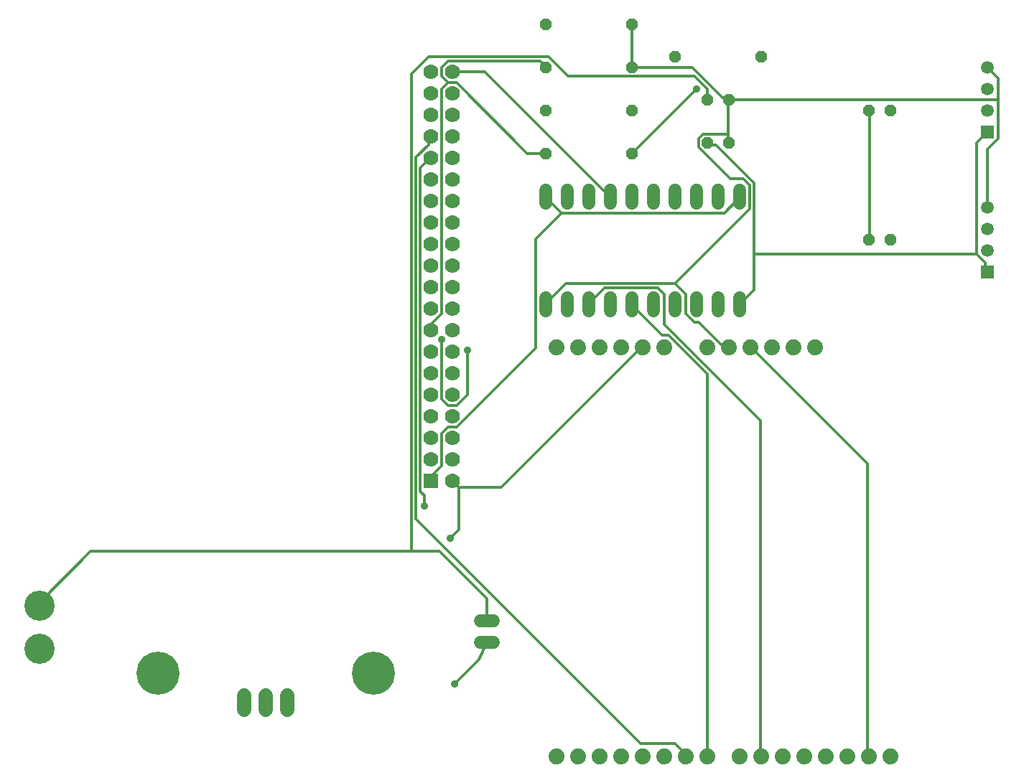
<source format=gbr>
G04 EAGLE Gerber RS-274X export*
G75*
%MOMM*%
%FSLAX34Y34*%
%LPD*%
%INBottom Copper*%
%IPPOS*%
%AMOC8*
5,1,8,0,0,1.08239X$1,22.5*%
G01*
%ADD10P,1.429621X8X22.500000*%
%ADD11C,1.676400*%
%ADD12C,1.524000*%
%ADD13C,3.556000*%
%ADD14R,1.778000X1.778000*%
%ADD15C,1.778000*%
%ADD16R,1.508000X1.508000*%
%ADD17C,1.508000*%
%ADD18C,1.879600*%
%ADD19C,5.080000*%
%ADD20C,0.304800*%
%ADD21C,0.906400*%


D10*
X838200Y812800D03*
X863600Y812800D03*
X838200Y762000D03*
X863600Y762000D03*
D11*
X292100Y109982D02*
X292100Y93218D01*
X317500Y93218D02*
X317500Y109982D01*
X342900Y109982D02*
X342900Y93218D01*
D12*
X570397Y172720D02*
X585637Y172720D01*
X585637Y198120D02*
X570397Y198120D01*
D13*
X50800Y215900D03*
X50800Y165100D03*
D10*
X1028700Y800100D03*
X1054100Y800100D03*
X1028700Y647700D03*
X1054100Y647700D03*
D14*
X512300Y363100D03*
D15*
X537700Y363100D03*
X512300Y388500D03*
X537700Y388500D03*
X512300Y413900D03*
X537700Y413900D03*
X512300Y439300D03*
X537700Y439300D03*
X512300Y464700D03*
X537700Y464700D03*
X512300Y490100D03*
X537700Y490100D03*
X512300Y515500D03*
X537700Y515500D03*
X512300Y540900D03*
X537700Y540900D03*
X512300Y566300D03*
X537700Y566300D03*
X512300Y591700D03*
X537700Y591700D03*
X512300Y617100D03*
X537700Y617100D03*
X512300Y642500D03*
X537700Y642500D03*
X512300Y667900D03*
X537700Y667900D03*
X512300Y693300D03*
X537700Y693300D03*
X512300Y718700D03*
X537700Y718700D03*
X512300Y744100D03*
X537700Y744100D03*
X512300Y769500D03*
X537700Y769500D03*
X512300Y794900D03*
X537700Y794900D03*
X512300Y820300D03*
X537700Y820300D03*
X512300Y845700D03*
X537700Y845700D03*
D10*
X800100Y863600D03*
X901700Y863600D03*
X647700Y749300D03*
X749300Y749300D03*
X647700Y901700D03*
X749300Y901700D03*
X647700Y850900D03*
X749300Y850900D03*
X647700Y800100D03*
X749300Y800100D03*
D12*
X876300Y706120D02*
X876300Y690880D01*
X850900Y690880D02*
X850900Y706120D01*
X825500Y706120D02*
X825500Y690880D01*
X800100Y690880D02*
X800100Y706120D01*
X774700Y706120D02*
X774700Y690880D01*
X749300Y690880D02*
X749300Y706120D01*
X723900Y706120D02*
X723900Y690880D01*
X698500Y690880D02*
X698500Y706120D01*
X673100Y706120D02*
X673100Y690880D01*
X647700Y690880D02*
X647700Y706120D01*
X647700Y579120D02*
X647700Y563880D01*
X673100Y563880D02*
X673100Y579120D01*
X698500Y579120D02*
X698500Y563880D01*
X723900Y563880D02*
X723900Y579120D01*
X749300Y579120D02*
X749300Y563880D01*
X774700Y563880D02*
X774700Y579120D01*
X800100Y579120D02*
X800100Y563880D01*
X825500Y563880D02*
X825500Y579120D01*
X850900Y579120D02*
X850900Y563880D01*
X876300Y563880D02*
X876300Y579120D01*
D16*
X1168400Y774700D03*
D17*
X1168400Y800100D03*
X1168400Y825500D03*
X1168400Y850900D03*
D16*
X1168400Y609600D03*
D17*
X1168400Y635000D03*
X1168400Y660400D03*
X1168400Y685800D03*
D18*
X965200Y520700D03*
X939800Y520700D03*
X914400Y520700D03*
X889000Y520700D03*
X863600Y520700D03*
X838200Y520700D03*
X787400Y520700D03*
X762000Y520700D03*
X736600Y520700D03*
X711200Y520700D03*
X685800Y520700D03*
X660400Y520700D03*
X660400Y38100D03*
X685800Y38100D03*
X711200Y38100D03*
X736600Y38100D03*
X762000Y38100D03*
X787400Y38100D03*
X812800Y38100D03*
X838200Y38100D03*
X876300Y38100D03*
X901700Y38100D03*
X927100Y38100D03*
X952500Y38100D03*
X977900Y38100D03*
X1003300Y38100D03*
X1028700Y38100D03*
X1054100Y38100D03*
D19*
X444500Y135890D03*
X190500Y135890D03*
D20*
X1029792Y648668D02*
X1029792Y797584D01*
X1029792Y648668D02*
X1028700Y647700D01*
X1029792Y797584D02*
X1028700Y800100D01*
X489656Y280164D02*
X111056Y280164D01*
X489656Y280164D02*
X522468Y280164D01*
X111056Y280164D02*
X53004Y222112D01*
X53004Y217064D01*
X50800Y215900D01*
X837968Y815252D02*
X837968Y825348D01*
X822824Y840492D01*
X673908Y840492D01*
X651192Y863208D01*
X509848Y863208D01*
X489656Y843016D01*
X489656Y280164D01*
X838200Y812800D02*
X837968Y815252D01*
X522468Y280164D02*
X578017Y224615D01*
X578017Y198120D01*
X1168612Y686528D02*
X1168612Y754676D01*
X1181232Y767296D01*
X1181232Y812728D02*
X1181232Y837968D01*
X1181232Y812728D02*
X1181232Y767296D01*
X1181232Y837968D02*
X1168612Y850588D01*
X1168612Y686528D02*
X1168400Y685800D01*
X1168612Y850588D02*
X1168400Y850900D01*
X863208Y812728D02*
X863208Y772344D01*
X863208Y762248D01*
X863600Y762000D01*
X863208Y812728D02*
X863600Y812800D01*
X749628Y853112D02*
X749628Y901068D01*
X749300Y901700D01*
X749628Y853112D02*
X749300Y850900D01*
X855636Y815252D02*
X863208Y815252D01*
X855636Y815252D02*
X820300Y850588D01*
X749628Y850588D01*
X863208Y815252D02*
X863600Y812800D01*
X749628Y850588D02*
X749300Y850900D01*
X865732Y812728D02*
X1181232Y812728D01*
X865732Y812728D02*
X863600Y812800D01*
X1027268Y383648D02*
X1027268Y40384D01*
X1027268Y383648D02*
X890972Y519944D01*
X1027268Y40384D02*
X1028700Y38100D01*
X890972Y519944D02*
X889000Y520700D01*
X569151Y152691D02*
X540136Y123676D01*
X569151Y152691D02*
X578017Y172720D01*
X855636Y522468D02*
X863208Y522468D01*
X855636Y522468D02*
X827872Y550232D01*
X822824Y550232D01*
X812728Y560328D01*
X812728Y583044D01*
X800108Y595664D01*
X671384Y595664D01*
X648668Y572948D01*
X863208Y522468D02*
X863600Y520700D01*
X648668Y572948D02*
X647700Y571500D01*
X832920Y772344D02*
X863208Y772344D01*
X832920Y772344D02*
X827872Y767296D01*
X827872Y757200D01*
X865732Y719340D01*
X880876Y719340D01*
X888448Y711768D01*
X888448Y684004D01*
X800108Y595664D01*
D21*
X540136Y123676D03*
D20*
X721864Y699148D02*
X575472Y845540D01*
X540136Y845540D01*
X721864Y699148D02*
X723900Y698500D01*
X540136Y845540D02*
X537700Y845700D01*
X555280Y517420D02*
X555280Y464416D01*
X542660Y451796D01*
X532564Y451796D01*
X524992Y459368D01*
X524992Y530040D01*
D21*
X555280Y517420D03*
X524992Y530040D03*
D20*
X504800Y345788D02*
X504800Y333168D01*
X504800Y345788D02*
X499752Y350836D01*
X499752Y731960D01*
X509848Y742056D01*
X512300Y744100D01*
D21*
X504800Y333168D03*
D20*
X509848Y759724D02*
X509848Y767296D01*
X509848Y759724D02*
X494704Y744580D01*
X494704Y318024D01*
X759724Y53004D01*
X800108Y53004D01*
X812728Y40384D01*
X509848Y767296D02*
X512300Y769500D01*
X812728Y40384D02*
X812800Y38100D01*
X666336Y678956D02*
X648668Y696624D01*
X666336Y678956D02*
X858160Y678956D01*
X875828Y696624D01*
X648668Y696624D02*
X647700Y698500D01*
X875828Y696624D02*
X876300Y698500D01*
X512372Y368504D02*
X512372Y363456D01*
X512372Y368504D02*
X524992Y381124D01*
X524992Y418984D01*
X532564Y426556D01*
X542660Y426556D01*
X636048Y519944D01*
X636048Y648668D01*
X666336Y678956D01*
X512372Y363456D02*
X512300Y363100D01*
X625952Y749628D02*
X646144Y749628D01*
X625952Y749628D02*
X542660Y832920D01*
X532564Y832920D01*
X524992Y840492D01*
X524992Y850588D01*
X532564Y858160D01*
X641096Y858160D01*
X646144Y853112D01*
X646144Y749628D02*
X647700Y749300D01*
X647700Y850900D02*
X646144Y853112D01*
X512372Y547708D02*
X512372Y542660D01*
X512372Y547708D02*
X524992Y560328D01*
X524992Y825348D01*
X532564Y832920D01*
X512372Y542660D02*
X512300Y540900D01*
X545184Y305404D02*
X535088Y295308D01*
X545184Y305404D02*
X545184Y355884D01*
X540136Y360932D01*
X537700Y363100D01*
X1166088Y610808D02*
X1166088Y620904D01*
X1155992Y631000D01*
X1155992Y762248D01*
X1166088Y772344D01*
X1166088Y610808D02*
X1168400Y609600D01*
X1166088Y772344D02*
X1168400Y774700D01*
X848064Y759724D02*
X840492Y759724D01*
X848064Y759724D02*
X893496Y714292D01*
X893496Y631000D02*
X893496Y588092D01*
X893496Y631000D02*
X893496Y714292D01*
X893496Y588092D02*
X878352Y572948D01*
X840492Y759724D02*
X838200Y762000D01*
X878352Y572948D02*
X876300Y571500D01*
X893496Y631000D02*
X1155992Y631000D01*
X595664Y355884D02*
X545184Y355884D01*
X595664Y355884D02*
X759724Y519944D01*
X762000Y520700D01*
D21*
X535088Y295308D03*
D20*
X749300Y749300D02*
X825348Y825348D01*
D21*
X825348Y825348D03*
D20*
X749628Y570424D02*
X784964Y535088D01*
X792536Y535088D01*
X837968Y489656D01*
X837968Y40384D01*
X749628Y570424D02*
X749300Y571500D01*
X837968Y40384D02*
X838200Y38100D01*
X699148Y572948D02*
X716816Y590616D01*
X779916Y590616D01*
X787488Y583044D01*
X787488Y547708D01*
X901068Y434128D01*
X901068Y40384D01*
X698500Y571500D02*
X699148Y572948D01*
X901068Y40384D02*
X901700Y38100D01*
M02*

</source>
